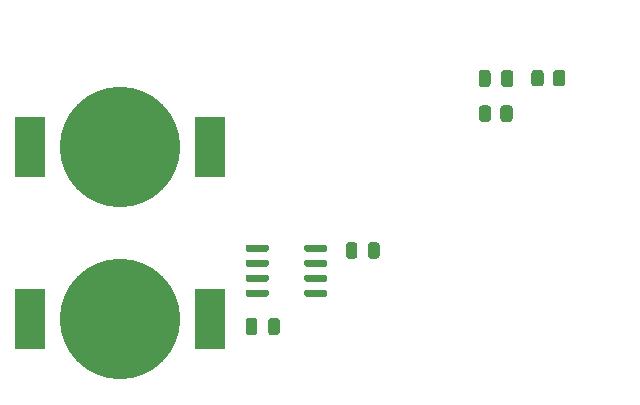
<source format=gbr>
%TF.GenerationSoftware,KiCad,Pcbnew,(5.1.10)-1*%
%TF.CreationDate,2021-09-28T21:44:29-07:00*%
%TF.ProjectId,TomasMendoza,546f6d61-734d-4656-9e64-6f7a612e6b69,rev?*%
%TF.SameCoordinates,Original*%
%TF.FileFunction,Soldermask,Top*%
%TF.FilePolarity,Negative*%
%FSLAX46Y46*%
G04 Gerber Fmt 4.6, Leading zero omitted, Abs format (unit mm)*
G04 Created by KiCad (PCBNEW (5.1.10)-1) date 2021-09-28 21:44:29*
%MOMM*%
%LPD*%
G01*
G04 APERTURE LIST*
%ADD10C,10.200000*%
%ADD11R,2.500000X5.100000*%
G04 APERTURE END LIST*
%TO.C,U1*%
G36*
G01*
X167215001Y-104420001D02*
X167215001Y-104120001D01*
G75*
G02*
X167365001Y-103970001I150000J0D01*
G01*
X169015001Y-103970001D01*
G75*
G02*
X169165001Y-104120001I0J-150000D01*
G01*
X169165001Y-104420001D01*
G75*
G02*
X169015001Y-104570001I-150000J0D01*
G01*
X167365001Y-104570001D01*
G75*
G02*
X167215001Y-104420001I0J150000D01*
G01*
G37*
G36*
G01*
X167215001Y-105690001D02*
X167215001Y-105390001D01*
G75*
G02*
X167365001Y-105240001I150000J0D01*
G01*
X169015001Y-105240001D01*
G75*
G02*
X169165001Y-105390001I0J-150000D01*
G01*
X169165001Y-105690001D01*
G75*
G02*
X169015001Y-105840001I-150000J0D01*
G01*
X167365001Y-105840001D01*
G75*
G02*
X167215001Y-105690001I0J150000D01*
G01*
G37*
G36*
G01*
X167215001Y-106960001D02*
X167215001Y-106660001D01*
G75*
G02*
X167365001Y-106510001I150000J0D01*
G01*
X169015001Y-106510001D01*
G75*
G02*
X169165001Y-106660001I0J-150000D01*
G01*
X169165001Y-106960001D01*
G75*
G02*
X169015001Y-107110001I-150000J0D01*
G01*
X167365001Y-107110001D01*
G75*
G02*
X167215001Y-106960001I0J150000D01*
G01*
G37*
G36*
G01*
X167215001Y-108230001D02*
X167215001Y-107930001D01*
G75*
G02*
X167365001Y-107780001I150000J0D01*
G01*
X169015001Y-107780001D01*
G75*
G02*
X169165001Y-107930001I0J-150000D01*
G01*
X169165001Y-108230001D01*
G75*
G02*
X169015001Y-108380001I-150000J0D01*
G01*
X167365001Y-108380001D01*
G75*
G02*
X167215001Y-108230001I0J150000D01*
G01*
G37*
G36*
G01*
X162265001Y-108230001D02*
X162265001Y-107930001D01*
G75*
G02*
X162415001Y-107780001I150000J0D01*
G01*
X164065001Y-107780001D01*
G75*
G02*
X164215001Y-107930001I0J-150000D01*
G01*
X164215001Y-108230001D01*
G75*
G02*
X164065001Y-108380001I-150000J0D01*
G01*
X162415001Y-108380001D01*
G75*
G02*
X162265001Y-108230001I0J150000D01*
G01*
G37*
G36*
G01*
X162265001Y-106960001D02*
X162265001Y-106660001D01*
G75*
G02*
X162415001Y-106510001I150000J0D01*
G01*
X164065001Y-106510001D01*
G75*
G02*
X164215001Y-106660001I0J-150000D01*
G01*
X164215001Y-106960001D01*
G75*
G02*
X164065001Y-107110001I-150000J0D01*
G01*
X162415001Y-107110001D01*
G75*
G02*
X162265001Y-106960001I0J150000D01*
G01*
G37*
G36*
G01*
X162265001Y-105690001D02*
X162265001Y-105390001D01*
G75*
G02*
X162415001Y-105240001I150000J0D01*
G01*
X164065001Y-105240001D01*
G75*
G02*
X164215001Y-105390001I0J-150000D01*
G01*
X164215001Y-105690001D01*
G75*
G02*
X164065001Y-105840001I-150000J0D01*
G01*
X162415001Y-105840001D01*
G75*
G02*
X162265001Y-105690001I0J150000D01*
G01*
G37*
G36*
G01*
X162265001Y-104420001D02*
X162265001Y-104120001D01*
G75*
G02*
X162415001Y-103970001I150000J0D01*
G01*
X164065001Y-103970001D01*
G75*
G02*
X164215001Y-104120001I0J-150000D01*
G01*
X164215001Y-104420001D01*
G75*
G02*
X164065001Y-104570001I-150000J0D01*
G01*
X162415001Y-104570001D01*
G75*
G02*
X162265001Y-104420001I0J150000D01*
G01*
G37*
%TD*%
D10*
%TO.C,BT1*%
X151615001Y-95675001D03*
D11*
X159215001Y-95675001D03*
X144015001Y-95675001D03*
%TD*%
%TO.C,BT2*%
X144015001Y-110225001D03*
X159215001Y-110225001D03*
D10*
X151615001Y-110225001D03*
%TD*%
%TO.C,C1*%
G36*
G01*
X182015001Y-90380001D02*
X182015001Y-89430001D01*
G75*
G02*
X182265001Y-89180001I250000J0D01*
G01*
X182765001Y-89180001D01*
G75*
G02*
X183015001Y-89430001I0J-250000D01*
G01*
X183015001Y-90380001D01*
G75*
G02*
X182765001Y-90630001I-250000J0D01*
G01*
X182265001Y-90630001D01*
G75*
G02*
X182015001Y-90380001I0J250000D01*
G01*
G37*
G36*
G01*
X183915001Y-90380001D02*
X183915001Y-89430001D01*
G75*
G02*
X184165001Y-89180001I250000J0D01*
G01*
X184665001Y-89180001D01*
G75*
G02*
X184915001Y-89430001I0J-250000D01*
G01*
X184915001Y-90380001D01*
G75*
G02*
X184665001Y-90630001I-250000J0D01*
G01*
X184165001Y-90630001D01*
G75*
G02*
X183915001Y-90380001I0J250000D01*
G01*
G37*
%TD*%
%TO.C,C2*%
G36*
G01*
X164165001Y-111380001D02*
X164165001Y-110430001D01*
G75*
G02*
X164415001Y-110180001I250000J0D01*
G01*
X164915001Y-110180001D01*
G75*
G02*
X165165001Y-110430001I0J-250000D01*
G01*
X165165001Y-111380001D01*
G75*
G02*
X164915001Y-111630001I-250000J0D01*
G01*
X164415001Y-111630001D01*
G75*
G02*
X164165001Y-111380001I0J250000D01*
G01*
G37*
G36*
G01*
X162265001Y-111380001D02*
X162265001Y-110430001D01*
G75*
G02*
X162515001Y-110180001I250000J0D01*
G01*
X163015001Y-110180001D01*
G75*
G02*
X163265001Y-110430001I0J-250000D01*
G01*
X163265001Y-111380001D01*
G75*
G02*
X163015001Y-111630001I-250000J0D01*
G01*
X162515001Y-111630001D01*
G75*
G02*
X162265001Y-111380001I0J250000D01*
G01*
G37*
%TD*%
%TO.C,D1*%
G36*
G01*
X172635001Y-104926251D02*
X172635001Y-104013751D01*
G75*
G02*
X172878751Y-103770001I243750J0D01*
G01*
X173366251Y-103770001D01*
G75*
G02*
X173610001Y-104013751I0J-243750D01*
G01*
X173610001Y-104926251D01*
G75*
G02*
X173366251Y-105170001I-243750J0D01*
G01*
X172878751Y-105170001D01*
G75*
G02*
X172635001Y-104926251I0J243750D01*
G01*
G37*
G36*
G01*
X170760001Y-104926251D02*
X170760001Y-104013751D01*
G75*
G02*
X171003751Y-103770001I243750J0D01*
G01*
X171491251Y-103770001D01*
G75*
G02*
X171735001Y-104013751I0J-243750D01*
G01*
X171735001Y-104926251D01*
G75*
G02*
X171491251Y-105170001I-243750J0D01*
G01*
X171003751Y-105170001D01*
G75*
G02*
X170760001Y-104926251I0J243750D01*
G01*
G37*
%TD*%
%TO.C,R1*%
G36*
G01*
X183845001Y-93335002D02*
X183845001Y-92435000D01*
G75*
G02*
X184095000Y-92185001I249999J0D01*
G01*
X184620002Y-92185001D01*
G75*
G02*
X184870001Y-92435000I0J-249999D01*
G01*
X184870001Y-93335002D01*
G75*
G02*
X184620002Y-93585001I-249999J0D01*
G01*
X184095000Y-93585001D01*
G75*
G02*
X183845001Y-93335002I0J249999D01*
G01*
G37*
G36*
G01*
X182020001Y-93335002D02*
X182020001Y-92435000D01*
G75*
G02*
X182270000Y-92185001I249999J0D01*
G01*
X182795002Y-92185001D01*
G75*
G02*
X183045001Y-92435000I0J-249999D01*
G01*
X183045001Y-93335002D01*
G75*
G02*
X182795002Y-93585001I-249999J0D01*
G01*
X182270000Y-93585001D01*
G75*
G02*
X182020001Y-93335002I0J249999D01*
G01*
G37*
%TD*%
%TO.C,R2*%
G36*
G01*
X186470001Y-90325002D02*
X186470001Y-89425000D01*
G75*
G02*
X186720000Y-89175001I249999J0D01*
G01*
X187245002Y-89175001D01*
G75*
G02*
X187495001Y-89425000I0J-249999D01*
G01*
X187495001Y-90325002D01*
G75*
G02*
X187245002Y-90575001I-249999J0D01*
G01*
X186720000Y-90575001D01*
G75*
G02*
X186470001Y-90325002I0J249999D01*
G01*
G37*
G36*
G01*
X188295001Y-90325002D02*
X188295001Y-89425000D01*
G75*
G02*
X188545000Y-89175001I249999J0D01*
G01*
X189070002Y-89175001D01*
G75*
G02*
X189320001Y-89425000I0J-249999D01*
G01*
X189320001Y-90325002D01*
G75*
G02*
X189070002Y-90575001I-249999J0D01*
G01*
X188545000Y-90575001D01*
G75*
G02*
X188295001Y-90325002I0J249999D01*
G01*
G37*
%TD*%
M02*

</source>
